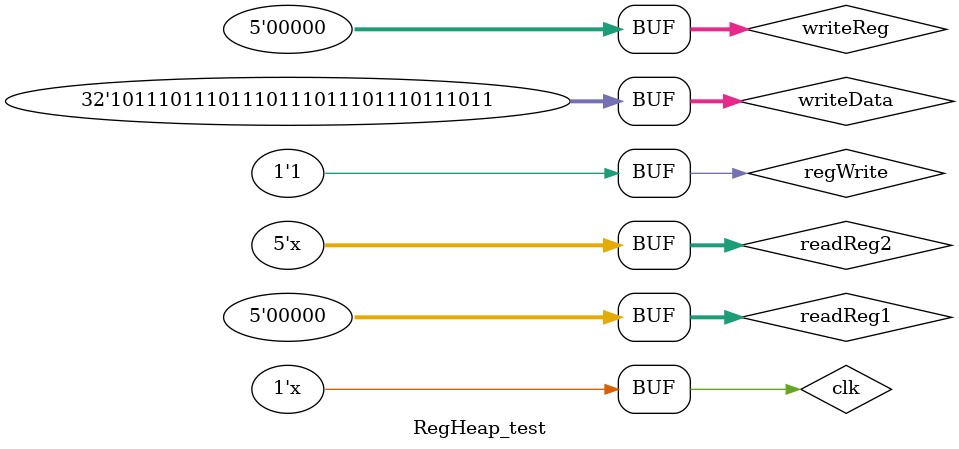
<source format=v>
module RegHeap_test();
  reg clk;
  reg[4:0] readReg1;
  reg[4:0] readReg2;
  reg[4:0] writeReg;
  reg regWrite;
  reg[31:0] writeData;
  wire[31:0] reg1Data;
  wire[31:0] reg2Data; 
  
  RegHeap regheap(.readReg1(readReg1),.readReg2(readReg2),.writeReg(writeReg),.regWrite(regWrite),.writeData(writeData),.reg1Data(reg1Data),.reg2Data(reg2Data),.clk(clk));
  
  initial 
  begin
    clk=0;
    readReg1=0;
    readReg2=0;
    regWrite=1;
    
    writeReg=0;
    writeData=32'hbbbb_bbbb;//?????????,readReg1????????
    
  end
  
  always
  begin
    #10 clk=~clk;
  end
  
  always
  begin  
    #10 readReg2=readReg2+1;
  end
     
endmodule

</source>
